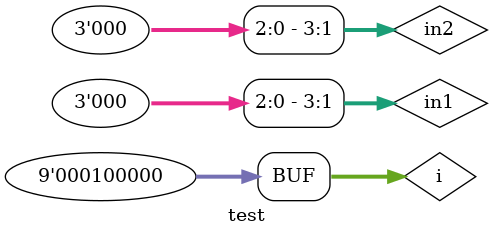
<source format=v>
`timescale 1ns / 1ps


module test;

	// Inputs
	reg [3:0] in1;
	reg [3:0] in2;
	reg [8:0] i;

	// Outputs
	wire less;
	wire equal;
	wire bigger;

	// Instantiate the Unit Under Test (UUT)
	compare uut (
		.in1(in1), 
		.in2(in2), 
		.less(less), 
		.equal(equal), 
		.bigger(bigger)
	);

	initial begin
		// Initialize Inputs
		in1 = 0;
		in2 = 0;

		// Wait 100 ns for global reset to finish
		#100;
		
		in1 = 4'b0000;
		in2 = 4'b0000;
		
		#10;
		
		in1 = 4'b0101;
		in2 = 4'b1010;
		
		#10;
		
		in1 = 4'b1111;
		in2 = 4'b0001;
		
		for (i = 0; i<32; i=i+1)begin
		#10;
		in1 = $random;
		in2 = $random;
		
		end
        
		// Add stimulus here

	end
      
endmodule


</source>
